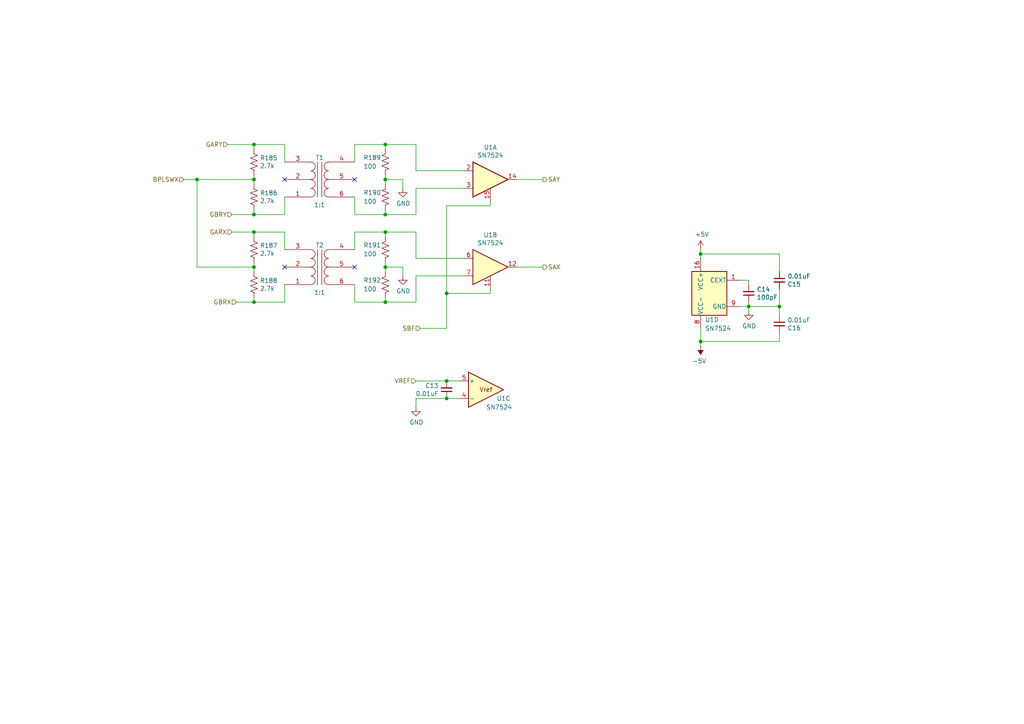
<source format=kicad_sch>
(kicad_sch (version 20211123) (generator eeschema)
  (paper "A4")
  (lib_symbols
    (symbol "Device:C_Small" (pin_numbers hide) (pin_names (offset 0.254) hide)
      (property "Reference" "C" (at 0.254 1.778 0))
      (property "Value" "C_Small" (at 0.254 -2.032 0))
      (symbol "C_Small_0_1"
        (polyline (pts (xy -1.524 -0.508) (xy 1.524 -0.508)) (stroke (width 0.3302)))
        (polyline (pts (xy -1.524 0.508) (xy 1.524 0.508)) (stroke (width 0.3048)))
      )
      (symbol "C_Small_1_1"
        (pin passive line (at 0 2.54 270) (length 2.032) (name "~") (number "1"))
        (pin passive line (at 0 -2.54 90) (length 2.032) (name "~") (number "2"))
      )
    )
    (symbol "Device:R_US" (pin_numbers hide) (pin_names (offset 0))
      (property "Reference" "R" (at 2.54 0 90))
      (property "Value" "R_US" (at -2.54 0 90))
      (symbol "R_US_0_1"
        (polyline (pts (xy 0 -2.286) (xy 0 -2.54)))
        (polyline (pts (xy 0 2.286) (xy 0 2.54)))
        (polyline (pts (xy 0 -0.762) (xy 1.016 -1.143) (xy 0 -1.524) (xy -1.016 -1.905) (xy 0 -2.286)))
        (polyline (pts (xy 0 0.762) (xy 1.016 0.381) (xy 0 0) (xy -1.016 -0.381) (xy 0 -0.762)))
        (polyline (pts (xy 0 2.286) (xy 1.016 1.905) (xy 0 1.524) (xy -1.016 1.143) (xy 0 0.762)))
      )
      (symbol "R_US_1_1"
        (pin passive line (at 0 3.81 270) (length 1.27) (name "~") (number "1"))
        (pin passive line (at 0 -3.81 90) (length 1.27) (name "~") (number "2"))
      )
    )
    (symbol "lachesis:SN7524" (pin_names (offset 0.127))
      (property "Reference" "U" (at 1.27 -7.62 0))
      (property "Value" "SN7524" (at -1.27 -9.525 0))
      (symbol "SN7524_1_1"
        (polyline (pts (xy -5.08 5.08) (xy 5.08 0) (xy -5.08 -5.08) (xy -5.08 5.08)) (stroke (width 0.254)) (fill (type background)))
        (polyline (pts (xy -5.08 5.08) (xy 5.08 0) (xy -5.08 -5.08) (xy -5.08 5.08)) (stroke (width 0.254)) (fill (type background)))
        (pin output line (at 7.62 0 180) (length 2.54) (name "~") (number "14"))
        (pin input line (at 0 -6.35 90) (length 3.81) (name "~") (number "15"))
        (pin input line (at -7.62 2.54 0) (length 2.54) (name "~") (number "2"))
        (pin input line (at -7.62 -2.54 0) (length 2.54) (name "~") (number "3"))
      )
      (symbol "SN7524_2_0"
        (polyline (pts (xy -5.08 5.08) (xy -5.08 -5.08) (xy 5.08 0) (xy -5.08 5.08)) (stroke (width 0.254)) (fill (type background)))
      )
      (symbol "SN7524_2_1"
        (pin input line (at 0 -6.35 90) (length 3.81) (name "~") (number "11"))
        (pin output line (at 7.62 0 180) (length 2.54) (name "~") (number "12"))
        (pin input line (at -7.62 2.54 0) (length 2.54) (name "~") (number "6"))
        (pin input line (at -7.62 -2.54 0) (length 2.54) (name "~") (number "7"))
      )
      (symbol "SN7524_3_0"
        (polyline (pts (xy -5.08 5.08) (xy -5.08 -5.08) (xy 5.08 0) (xy -5.08 5.08)) (stroke (width 0.254)) (fill (type background)))
        (text "Vref" (at 0 0 0) (effects (font (size 1.27 1.27))))
      )
      (symbol "SN7524_3_1"
        (pin input line (at -7.62 -2.54 0) (length 2.54) (name "-") (number "4"))
        (pin input line (at -7.62 2.54 0) (length 2.54) (name "+") (number "5"))
      )
      (symbol "SN7524_4_0"
        (rectangle (start -5.08 6.35) (end 5.08 -6.35) (stroke (width 0.254)) (fill (type background)))
      )
      (symbol "SN7524_4_1"
        (pin input line (at 8.89 3.81 180) (length 3.81) (name "CEXT") (number "1"))
        (pin no_connect line (at 5.08 0 0) (length 0) hide (name "~") (number "10"))
        (pin power_in line (at 8.89 -3.81 180) (length 3.81) hide (name "GND") (number "13"))
        (pin power_in line (at -2.54 10.16 270) (length 3.81) (name "VCC+") (number "16"))
        (pin power_in line (at -2.54 -10.16 90) (length 3.81) (name "VCC-") (number "8"))
        (pin power_in line (at 8.89 -3.81 180) (length 3.81) (name "GND") (number "9"))
      )
    )
    (symbol "lachesis:Transformer_SP_SS" (pin_names (offset 1.016) hide)
      (property "Reference" "T" (at 0 6.35 0))
      (property "Value" "Transformer_SP_SS" (at 0 -7.62 0))
      (symbol "Transformer_SP_SS_0_1"
        (arc (start -2.54 -5.0546) (mid -1.6561 -4.6863) (end -1.27 -3.81))
        (arc (start -2.54 -2.5146) (mid -1.6561 -2.1463) (end -1.27 -1.27))
        (arc (start -2.54 0.0254) (mid -1.6561 0.3937) (end -1.27 1.27))
        (arc (start -2.54 2.5654) (mid -1.6561 2.9337) (end -1.27 3.81))
        (arc (start -1.27 -3.81) (mid -1.642 -2.912) (end -2.54 -2.54))
        (arc (start -1.27 -1.27) (mid -1.642 -0.372) (end -2.54 0))
        (arc (start -1.27 1.27) (mid -1.642 2.168) (end -2.54 2.54))
        (arc (start -1.27 3.81) (mid -1.642 4.708) (end -2.54 5.08))
        (polyline (pts (xy -0.635 5.08) (xy -0.635 -5.08)))
        (polyline (pts (xy 0.635 -5.08) (xy 0.635 5.08)))
        (arc (start 1.2954 -1.27) (mid 1.6599 -2.1501) (end 2.54 -2.5146))
        (arc (start 1.2954 1.27) (mid 1.6599 0.3899) (end 2.54 0.0254))
        (arc (start 1.2954 3.81) (mid 1.6599 2.9299) (end 2.54 2.5654))
        (arc (start 1.3208 -3.81) (mid 1.6853 -4.6901) (end 2.5654 -5.0546))
        (arc (start 2.54 0) (mid 1.6456 -0.3683) (end 1.2954 -1.27))
        (arc (start 2.54 2.54) (mid 1.6456 2.1717) (end 1.2954 1.27))
        (arc (start 2.54 5.08) (mid 1.6456 4.7117) (end 1.2954 3.81))
        (arc (start 2.5654 -2.54) (mid 1.671 -2.9083) (end 1.3208 -3.81))
      )
      (symbol "Transformer_SP_SS_1_1"
        (pin passive line (at -10.16 5.08 0) (length 7.62) (name "P1") (number "1"))
        (pin passive line (at -10.16 0 0) (length 7.62) (name "PM") (number "2"))
        (pin passive line (at -10.16 -5.08 0) (length 7.62) (name "P2") (number "3"))
        (pin passive line (at 10.16 -5.08 180) (length 7.62) (name "S2") (number "4"))
        (pin passive line (at 10.16 0 180) (length 7.62) (name "SM") (number "5"))
        (pin passive line (at 10.16 5.08 180) (length 7.62) (name "S1") (number "6"))
      )
    )
    (symbol "power:+5V" (power) (pin_names (offset 0))
      (property "Value" "+5V" (at 0 3.556 0))
      (symbol "+5V_0_1"
        (polyline (pts (xy -0.762 1.27) (xy 0 2.54)))
        (polyline (pts (xy 0 0) (xy 0 2.54)))
        (polyline (pts (xy 0 2.54) (xy 0.762 1.27)))
      )
      (symbol "+5V_1_1"
        (pin power_in line (at 0 0 90) (length 0) hide (name "+5V") (number "1"))
      )
    )
    (symbol "power:-5V" (power) (pin_names (offset 0))
      (property "Value" "-5V" (at 0 3.81 0))
      (symbol "-5V_0_0"
        (pin power_in line (at 0 0 90) (length 0) hide (name "-5V") (number "1"))
      )
      (symbol "-5V_0_1"
        (polyline (pts (xy 0 0) (xy 0 1.27) (xy 0.762 1.27) (xy 0 2.54) (xy -0.762 1.27) (xy 0 1.27)) (fill (type outline)))
      )
    )
    (symbol "power:GND" (power) (pin_names (offset 0))
      (property "Value" "GND" (at 0 -3.81 0))
      (symbol "GND_0_1"
        (polyline (pts (xy 0 0) (xy 0 -1.27) (xy 1.27 -1.27) (xy 0 -2.54) (xy -1.27 -1.27) (xy 0 -1.27)))
      )
      (symbol "GND_1_1"
        (pin power_in line (at 0 0 270) (length 0) hide (name "GND") (number "1"))
      )
    )
  )
  (junction (at 129.54 85.09))
  (junction (at 73.66 62.23))
  (junction (at 203.2 73.66))
  (junction (at 73.66 87.63))
  (junction (at 111.76 52.07))
  (junction (at 111.76 62.23))
  (junction (at 111.76 77.47))
  (junction (at 111.76 87.63))
  (junction (at 73.66 52.07))
  (junction (at 111.76 67.31))
  (junction (at 73.66 67.31))
  (junction (at 226.06 88.9))
  (junction (at 73.66 41.91))
  (junction (at 73.66 77.47))
  (junction (at 217.17 88.9))
  (junction (at 129.54 115.57))
  (junction (at 111.76 41.91))
  (junction (at 57.15 52.07))
  (junction (at 129.54 110.49))
  (junction (at 203.2 99.06))
  (no_connect (at 102.87 77.47))
  (no_connect (at 102.87 52.07))
  (no_connect (at 82.55 52.07))
  (no_connect (at 82.55 77.47))
  (wire (pts (xy 111.76 87.63) (xy 120.65 87.63)))
  (wire (pts (xy 217.17 88.9) (xy 217.17 90.17)))
  (wire (pts (xy 111.76 68.58) (xy 111.76 67.31)))
  (wire (pts (xy 111.76 77.47) (xy 116.84 77.47)))
  (wire (pts (xy 226.06 99.06) (xy 203.2 99.06)))
  (wire (pts (xy 116.84 52.07) (xy 116.84 54.61)))
  (wire (pts (xy 111.76 77.47) (xy 111.76 78.74)))
  (wire (pts (xy 214.63 88.9) (xy 217.17 88.9)))
  (wire (pts (xy 133.35 110.49) (xy 129.54 110.49)))
  (wire (pts (xy 120.65 80.01) (xy 134.62 80.01)))
  (wire (pts (xy 142.24 59.69) (xy 129.54 59.69)))
  (wire (pts (xy 57.15 52.07) (xy 73.66 52.07)))
  (wire (pts (xy 73.66 68.58) (xy 73.66 67.31)))
  (wire (pts (xy 73.66 86.36) (xy 73.66 87.63)))
  (wire (pts (xy 129.54 59.69) (xy 129.54 85.09)))
  (wire (pts (xy 102.87 82.55) (xy 102.87 87.63)))
  (wire (pts (xy 111.76 67.31) (xy 120.65 67.31)))
  (wire (pts (xy 203.2 72.39) (xy 203.2 73.66)))
  (wire (pts (xy 142.24 83.82) (xy 142.24 85.09)))
  (wire (pts (xy 73.66 67.31) (xy 67.31 67.31)))
  (wire (pts (xy 111.76 52.07) (xy 116.84 52.07)))
  (wire (pts (xy 129.54 115.57) (xy 120.65 115.57)))
  (wire (pts (xy 149.86 52.07) (xy 157.48 52.07)))
  (wire (pts (xy 111.76 86.36) (xy 111.76 87.63)))
  (wire (pts (xy 102.87 41.91) (xy 102.87 46.99)))
  (wire (pts (xy 82.55 41.91) (xy 82.55 46.99)))
  (wire (pts (xy 226.06 73.66) (xy 226.06 78.74)))
  (wire (pts (xy 73.66 43.18) (xy 73.66 41.91)))
  (wire (pts (xy 142.24 58.42) (xy 142.24 59.69)))
  (wire (pts (xy 111.76 76.2) (xy 111.76 77.47)))
  (wire (pts (xy 120.65 41.91) (xy 120.65 49.53)))
  (wire (pts (xy 111.76 62.23) (xy 120.65 62.23)))
  (wire (pts (xy 120.65 54.61) (xy 134.62 54.61)))
  (wire (pts (xy 102.87 57.15) (xy 102.87 62.23)))
  (wire (pts (xy 82.55 67.31) (xy 82.55 72.39)))
  (wire (pts (xy 129.54 95.25) (xy 121.92 95.25)))
  (wire (pts (xy 73.66 76.2) (xy 73.66 77.47)))
  (wire (pts (xy 111.76 41.91) (xy 102.87 41.91)))
  (wire (pts (xy 73.66 67.31) (xy 82.55 67.31)))
  (wire (pts (xy 142.24 85.09) (xy 129.54 85.09)))
  (wire (pts (xy 217.17 88.9) (xy 226.06 88.9)))
  (wire (pts (xy 73.66 52.07) (xy 73.66 53.34)))
  (wire (pts (xy 217.17 88.9) (xy 217.17 87.63)))
  (wire (pts (xy 226.06 96.52) (xy 226.06 99.06)))
  (wire (pts (xy 149.86 77.47) (xy 157.48 77.47)))
  (wire (pts (xy 111.76 43.18) (xy 111.76 41.91)))
  (wire (pts (xy 217.17 81.28) (xy 214.63 81.28)))
  (wire (pts (xy 82.55 62.23) (xy 73.66 62.23)))
  (wire (pts (xy 120.65 49.53) (xy 134.62 49.53)))
  (wire (pts (xy 73.66 50.8) (xy 73.66 52.07)))
  (wire (pts (xy 111.76 60.96) (xy 111.76 62.23)))
  (wire (pts (xy 226.06 83.82) (xy 226.06 88.9)))
  (wire (pts (xy 57.15 52.07) (xy 53.34 52.07)))
  (wire (pts (xy 102.87 62.23) (xy 111.76 62.23)))
  (wire (pts (xy 120.65 87.63) (xy 120.65 80.01)))
  (wire (pts (xy 111.76 52.07) (xy 111.76 53.34)))
  (wire (pts (xy 73.66 87.63) (xy 68.58 87.63)))
  (wire (pts (xy 57.15 77.47) (xy 73.66 77.47)))
  (wire (pts (xy 116.84 77.47) (xy 116.84 80.01)))
  (wire (pts (xy 129.54 85.09) (xy 129.54 95.25)))
  (wire (pts (xy 120.65 67.31) (xy 120.65 74.93)))
  (wire (pts (xy 111.76 41.91) (xy 120.65 41.91)))
  (wire (pts (xy 217.17 82.55) (xy 217.17 81.28)))
  (wire (pts (xy 73.66 60.96) (xy 73.66 62.23)))
  (wire (pts (xy 102.87 87.63) (xy 111.76 87.63)))
  (wire (pts (xy 203.2 99.06) (xy 203.2 100.33)))
  (wire (pts (xy 82.55 82.55) (xy 82.55 87.63)))
  (wire (pts (xy 111.76 50.8) (xy 111.76 52.07)))
  (wire (pts (xy 82.55 57.15) (xy 82.55 62.23)))
  (wire (pts (xy 226.06 88.9) (xy 226.06 91.44)))
  (wire (pts (xy 203.2 73.66) (xy 203.2 74.93)))
  (wire (pts (xy 111.76 67.31) (xy 102.87 67.31)))
  (wire (pts (xy 129.54 115.57) (xy 133.35 115.57)))
  (wire (pts (xy 120.65 74.93) (xy 134.62 74.93)))
  (wire (pts (xy 57.15 77.47) (xy 57.15 52.07)))
  (wire (pts (xy 73.66 62.23) (xy 67.31 62.23)))
  (wire (pts (xy 120.65 62.23) (xy 120.65 54.61)))
  (wire (pts (xy 129.54 110.49) (xy 120.65 110.49)))
  (wire (pts (xy 73.66 77.47) (xy 73.66 78.74)))
  (wire (pts (xy 203.2 73.66) (xy 226.06 73.66)))
  (wire (pts (xy 73.66 41.91) (xy 82.55 41.91)))
  (wire (pts (xy 120.65 115.57) (xy 120.65 118.11)))
  (wire (pts (xy 82.55 87.63) (xy 73.66 87.63)))
  (wire (pts (xy 203.2 99.06) (xy 203.2 95.25)))
  (wire (pts (xy 102.87 67.31) (xy 102.87 72.39)))
  (wire (pts (xy 73.66 41.91) (xy 66.04 41.91)))
  (hierarchical_label "SBF" (shape input) (at 121.92 95.25 180))
  (hierarchical_label "VREF" (shape input) (at 120.65 110.49 180))
  (hierarchical_label "GARY" (shape input) (at 66.04 41.91 180))
  (hierarchical_label "GARX" (shape input) (at 67.31 67.31 180))
  (hierarchical_label "GBRX" (shape input) (at 68.58 87.63 180))
  (hierarchical_label "GBRY" (shape input) (at 67.31 62.23 180))
  (hierarchical_label "SAY" (shape output) (at 157.48 52.07 0))
  (hierarchical_label "SAX" (shape output) (at 157.48 77.47 0))
  (hierarchical_label "BPLSWX" (shape input) (at 53.34 52.07 180))
  (symbol (lib_id "Device:R_US") (at 73.66 46.99 0) (unit 1)
    (property "Reference" "R185" (at 75.3872 45.8216 0) (effects (justify left)))
    (property "Value" "2.7k" (at 75.3872 48.133 0) (effects (justify left)))
    (property "Footprint" "Resistor_SMD:R_0603_1608Metric" (effects hide))
  )
  (symbol (lib_id "Device:R_US") (at 73.66 57.15 0) (unit 1)
    (property "Reference" "R186" (at 75.3872 55.9816 0) (effects (justify left)))
    (property "Value" "2.7k" (at 75.3872 58.293 0) (effects (justify left)))
    (property "Footprint" "Resistor_SMD:R_0603_1608Metric" (effects hide))
  )
  (symbol (lib_id "Device:R_US") (at 111.76 46.99 0) (mirror y) (unit 1)
    (property "Reference" "R189" (at 105.41 45.72 0) (effects (justify right)))
    (property "Value" "100" (at 105.41 48.26 0) (effects (justify right)))
    (property "Footprint" "Resistor_SMD:R_0603_1608Metric" (effects hide))
  )
  (symbol (lib_id "Device:R_US") (at 111.76 57.15 0) (mirror y) (unit 1)
    (property "Reference" "R190" (at 105.41 55.88 0) (effects (justify right)))
    (property "Value" "100" (at 105.41 58.42 0) (effects (justify right)))
    (property "Footprint" "Resistor_SMD:R_0603_1608Metric" (effects hide))
  )
  (symbol (lib_id "power:GND") (at 116.84 54.61 0) (unit 1)
    (property "Reference" "#PWR073" (effects hide))
    (property "Value" "GND" (at 116.967 59.0042 0))
  )
  (symbol (lib_id "lachesis:SN7524") (at 142.24 52.07 0) (unit 1)
    (property "Reference" "U1" (at 142.24 42.7482 0))
    (property "Value" "SN7524" (at 142.24 45.0596 0))
    (property "Footprint" "Package_DIP:DIP-16_W7.62mm_Socket" (effects hide))
    (property "MPN" "110-93-316-41-001000" (effects hide))
    (property "Description" "CONN IC DIP SOCKET 16POS GOLD" (effects hide))
    (property "Manufacturer" "Mill-Max Manufacturing Corp" (effects hide))
    (property "Package" "16-DIP" (effects hide))
  )
  (symbol (lib_id "lachesis:Transformer_SP_SS") (at 92.71 52.07 0) (mirror x) (unit 1)
    (property "Reference" "T1" (at 92.71 45.72 0))
    (property "Value" "1:1" (at 92.71 59.436 0))
    (property "Footprint" "lachesis:Transformer_Murata_786J" (effects hide))
    (property "Digikey" "https://www.digikey.com/en/products/detail/murata-power-solutions-inc/78615-1JC/5798694" (effects hide))
    (property "Part Number" "78615/1JC" (effects hide))
    (property "MPN" "78615/1JC" (effects hide))
    (property "Manufacturer" "Murata Power Solutions, Inc" (effects hide))
    (property "Description" "PULSE XFMR 1CT:1CT 1.7MH" (effects hide))
    (property "Package" "6 PIN SM" (effects hide))
  )
  (symbol (lib_id "Device:R_US") (at 73.66 72.39 0) (unit 1)
    (property "Reference" "R187" (at 75.3872 71.2216 0) (effects (justify left)))
    (property "Value" "2.7k" (at 75.3872 73.533 0) (effects (justify left)))
    (property "Footprint" "Resistor_SMD:R_0603_1608Metric" (effects hide))
  )
  (symbol (lib_id "Device:R_US") (at 73.66 82.55 0) (unit 1)
    (property "Reference" "R188" (at 75.3872 81.3816 0) (effects (justify left)))
    (property "Value" "2.7k" (at 75.3872 83.693 0) (effects (justify left)))
    (property "Footprint" "Resistor_SMD:R_0603_1608Metric" (effects hide))
  )
  (symbol (lib_id "Device:R_US") (at 111.76 72.39 0) (mirror y) (unit 1)
    (property "Reference" "R191" (at 105.41 71.12 0) (effects (justify right)))
    (property "Value" "100" (at 105.41 73.66 0) (effects (justify right)))
    (property "Footprint" "Resistor_SMD:R_0603_1608Metric" (effects hide))
  )
  (symbol (lib_id "Device:R_US") (at 111.76 82.55 0) (mirror y) (unit 1)
    (property "Reference" "R192" (at 105.41 81.28 0) (effects (justify right)))
    (property "Value" "100" (at 105.41 83.82 0) (effects (justify right)))
    (property "Footprint" "Resistor_SMD:R_0603_1608Metric" (effects hide))
  )
  (symbol (lib_id "power:GND") (at 116.84 80.01 0) (unit 1)
    (property "Reference" "#PWR074" (effects hide))
    (property "Value" "GND" (at 116.967 84.4042 0))
  )
  (symbol (lib_id "lachesis:SN7524") (at 142.24 77.47 0) (unit 2)
    (property "Reference" "U1" (at 142.24 68.1482 0))
    (property "Value" "SN7524" (at 142.24 70.4596 0))
    (property "Footprint" "Package_DIP:DIP-16_W7.62mm_Socket" (effects hide))
    (property "MPN" "110-93-316-41-001000" (effects hide))
    (property "Description" "CONN IC DIP SOCKET 16POS GOLD" (effects hide))
    (property "Manufacturer" "Mill-Max Manufacturing Corp" (effects hide))
    (property "Package" "16-DIP" (effects hide))
  )
  (symbol (lib_id "lachesis:Transformer_SP_SS") (at 92.71 77.47 0) (mirror x) (unit 1)
    (property "Reference" "T2" (at 92.71 71.12 0))
    (property "Value" "1:1" (at 92.71 84.836 0))
    (property "Footprint" "lachesis:Transformer_Murata_786J" (effects hide))
    (property "Digikey" "https://www.digikey.com/en/products/detail/murata-power-solutions-inc/78615-1JC/5798694" (effects hide))
    (property "Part Number" "78615/1JC" (effects hide))
    (property "MPN" "78615/1JC" (effects hide))
    (property "Manufacturer" "Murata Power Solutions, Inc" (effects hide))
    (property "Description" "PULSE XFMR 1CT:1CT 1.7MH" (effects hide))
    (property "Package" "6 PIN SM" (effects hide))
  )
  (symbol (lib_id "lachesis:SN7524") (at 205.74 85.09 0) (unit 4)
    (property "Reference" "U1" (at 204.47 92.71 0) (effects (justify left)))
    (property "Value" "SN7524" (at 204.47 95.25 0) (effects (justify left)))
    (property "Footprint" "Package_DIP:DIP-16_W7.62mm_Socket" (effects hide))
    (property "MPN" "110-93-316-41-001000" (effects hide))
    (property "Description" "CONN IC DIP SOCKET 16POS GOLD" (effects hide))
    (property "Manufacturer" "Mill-Max Manufacturing Corp" (effects hide))
    (property "Package" "16-DIP" (effects hide))
  )
  (symbol (lib_id "power:GND") (at 217.17 90.17 0) (unit 1)
    (property "Reference" "#PWR078" (effects hide))
    (property "Value" "GND" (at 217.297 94.5642 0))
  )
  (symbol (lib_id "Device:C_Small") (at 217.17 85.09 180) (unit 1)
    (property "Reference" "C14" (at 219.4814 83.9216 0) (effects (justify right)))
    (property "Value" "100pF" (at 219.4814 86.233 0) (effects (justify right)))
    (property "Footprint" "Capacitor_SMD:C_0603_1608Metric" (effects hide))
    (property "Digikey" "https://www.digikey.com/en/products/detail/samsung-electro-mechanics/CL10B101KB8NFNC/3887566" (effects hide))
    (property "Part Number" "CL10B101KB8NFNC" (effects hide))
    (property "Rating" "50V" (effects hide))
    (property "Tolerance" "10%" (effects hide))
    (property "Description" "CAP CER 100PF 50V X7R 0603" (effects hide))
    (property "MPN" "CL10B101KB8NFNC" (effects hide))
    (property "Manufacturer" "Samsung Electro-Mechanics" (effects hide))
    (property "Package" "0603" (effects hide))
  )
  (symbol (lib_id "Device:C_Small") (at 226.06 81.28 0) (mirror y) (unit 1)
    (property "Reference" "C15" (at 228.3968 82.4484 0) (effects (justify right)))
    (property "Value" "0.01uF" (at 228.3968 80.137 0) (effects (justify right)))
    (property "Footprint" "Capacitor_SMD:C_0603_1608Metric" (effects hide))
    (property "Rating" "100V" (effects hide))
    (property "Tolerance" "10%" (effects hide))
    (property "Description" "CAP CER 10000PF 100V X7R 0603" (effects hide))
    (property "MPN" "CL10B103KC8NNNC" (effects hide))
    (property "Manufacturer" "Samsung Electro-Mechanics" (effects hide))
    (property "Package" "0603" (effects hide))
  )
  (symbol (lib_id "Device:C_Small") (at 226.06 93.98 0) (mirror y) (unit 1)
    (property "Reference" "C16" (at 228.3968 95.1484 0) (effects (justify right)))
    (property "Value" "0.01uF" (at 228.3968 92.837 0) (effects (justify right)))
    (property "Footprint" "Capacitor_SMD:C_0603_1608Metric" (effects hide))
    (property "Rating" "100V" (effects hide))
    (property "Tolerance" "10%" (effects hide))
    (property "Description" "CAP CER 10000PF 100V X7R 0603" (effects hide))
    (property "MPN" "CL10B103KC8NNNC" (effects hide))
    (property "Manufacturer" "Samsung Electro-Mechanics" (effects hide))
    (property "Package" "0603" (effects hide))
  )
  (symbol (lib_id "lachesis:SN7524") (at 140.97 113.03 0) (unit 3)
    (property "Reference" "U1" (at 146.05 115.57 0))
    (property "Value" "SN7524" (at 144.78 118.11 0))
    (property "Footprint" "Package_DIP:DIP-16_W7.62mm_Socket" (effects hide))
    (property "MPN" "110-93-316-41-001000" (effects hide))
    (property "Description" "CONN IC DIP SOCKET 16POS GOLD" (effects hide))
    (property "Manufacturer" "Mill-Max Manufacturing Corp" (effects hide))
    (property "Package" "16-DIP" (effects hide))
  )
  (symbol (lib_id "Device:C_Small") (at 129.54 113.03 0) (mirror x) (unit 1)
    (property "Reference" "C13" (at 127.2286 111.8616 0) (effects (justify right)))
    (property "Value" "0.01uF" (at 127.2286 114.173 0) (effects (justify right)))
    (property "Footprint" "Capacitor_SMD:C_0603_1608Metric" (effects hide))
    (property "Digikey" "https://www.digikey.com/en/products/detail/samsung-electro-mechanics/CL10B103KC8NNNC/3886854" (effects hide))
    (property "Part Number" "CL10B103KC8NNNC" (effects hide))
    (property "Rating" "100V" (effects hide))
    (property "Tolerance" "10%" (effects hide))
    (property "Description" "CAP CER 10000PF 100V X7R 0603" (effects hide))
    (property "MPN" "CL10B103KC8NNNC" (effects hide))
    (property "Manufacturer" "Samsung Electro-Mechanics" (effects hide))
    (property "Package" "0603" (effects hide))
  )
  (symbol (lib_id "power:GND") (at 120.65 118.11 0) (unit 1)
    (property "Reference" "#PWR075" (effects hide))
    (property "Value" "GND" (at 120.777 122.5042 0))
  )
  (symbol (lib_id "power:+5V") (at 203.2 72.39 0) (unit 1)
    (property "Reference" "#PWR076" (effects hide))
    (property "Value" "+5V" (at 203.581 67.9958 0))
  )
  (symbol (lib_id "power:-5V") (at 203.2 100.33 180) (unit 1)
    (property "Reference" "#PWR077" (effects hide))
    (property "Value" "-5V" (at 202.819 104.7242 0))
  )
)
</source>
